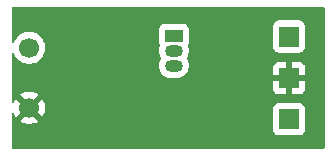
<source format=gbr>
%TF.GenerationSoftware,KiCad,Pcbnew,6.99.0-unknown-5c4f49351d~148~ubuntu20.04.1*%
%TF.CreationDate,2022-05-13T09:59:27+08:00*%
%TF.ProjectId,hydrophone,68796472-6f70-4686-9f6e-652e6b696361,rev?*%
%TF.SameCoordinates,Original*%
%TF.FileFunction,Copper,L2,Bot*%
%TF.FilePolarity,Positive*%
%FSLAX46Y46*%
G04 Gerber Fmt 4.6, Leading zero omitted, Abs format (unit mm)*
G04 Created by KiCad (PCBNEW 6.99.0-unknown-5c4f49351d~148~ubuntu20.04.1) date 2022-05-13 09:59:27*
%MOMM*%
%LPD*%
G01*
G04 APERTURE LIST*
%TA.AperFunction,ComponentPad*%
%ADD10R,1.700000X1.700000*%
%TD*%
%TA.AperFunction,ComponentPad*%
%ADD11R,1.500000X1.050000*%
%TD*%
%TA.AperFunction,ComponentPad*%
%ADD12O,1.500000X1.050000*%
%TD*%
%TA.AperFunction,ComponentPad*%
%ADD13C,1.700000*%
%TD*%
%TA.AperFunction,ViaPad*%
%ADD14C,0.600000*%
%TD*%
G04 APERTURE END LIST*
D10*
%TO.P,J2,1,Pin_1*%
%TO.N,GND*%
X144999999Y-57539999D03*
%TD*%
D11*
%TO.P,Q1,1,D*%
%TO.N,Net-(Q1-Pad1)*%
X135239999Y-53939999D03*
D12*
%TO.P,Q1,2,G*%
%TO.N,Net-(MK1-Pad2)*%
X135239999Y-55209999D03*
%TO.P,Q1,3,S*%
%TO.N,Net-(Q1-Pad3)*%
X135239999Y-56479999D03*
%TD*%
D10*
%TO.P,J1,1,Pin_1*%
%TO.N,Net-(J1-Pad1)*%
X144999999Y-60999999D03*
%TD*%
D13*
%TO.P,MK1,1,-*%
%TO.N,GND*%
X123000000Y-60040000D03*
%TO.P,MK1,2,+*%
%TO.N,Net-(MK1-Pad2)*%
X123000000Y-54960000D03*
%TD*%
D10*
%TO.P,J3,1,Pin_1*%
%TO.N,+3V3*%
X144999999Y-53999999D03*
%TD*%
D14*
%TO.N,GND*%
X132000000Y-61500000D03*
%TD*%
%TA.AperFunction,Conductor*%
%TO.N,GND*%
G36*
X147941621Y-51520502D02*
G01*
X147988114Y-51574158D01*
X147999500Y-51626500D01*
X147999500Y-63373500D01*
X147979498Y-63441621D01*
X147925842Y-63488114D01*
X147873500Y-63499500D01*
X121626500Y-63499500D01*
X121558379Y-63479498D01*
X121511886Y-63425842D01*
X121500500Y-63373500D01*
X121500500Y-61898638D01*
X143641500Y-61898638D01*
X143648011Y-61959201D01*
X143699111Y-62096204D01*
X143786739Y-62213261D01*
X143903796Y-62300889D01*
X144040799Y-62351989D01*
X144077705Y-62355957D01*
X144098012Y-62358140D01*
X144098015Y-62358140D01*
X144101362Y-62358500D01*
X145898638Y-62358500D01*
X145901985Y-62358140D01*
X145901988Y-62358140D01*
X145922295Y-62355957D01*
X145959201Y-62351989D01*
X146096204Y-62300889D01*
X146213261Y-62213261D01*
X146300889Y-62096204D01*
X146351989Y-61959201D01*
X146358500Y-61898638D01*
X146358500Y-60101362D01*
X146351989Y-60040799D01*
X146300889Y-59903796D01*
X146213261Y-59786739D01*
X146096204Y-59699111D01*
X145959201Y-59648011D01*
X145922295Y-59644043D01*
X145901988Y-59641860D01*
X145901985Y-59641860D01*
X145898638Y-59641500D01*
X144101362Y-59641500D01*
X144098015Y-59641860D01*
X144098012Y-59641860D01*
X144077705Y-59644043D01*
X144040799Y-59648011D01*
X143903796Y-59699111D01*
X143786739Y-59786739D01*
X143699111Y-59903796D01*
X143648011Y-60040799D01*
X143641500Y-60101362D01*
X143641500Y-61898638D01*
X121500500Y-61898638D01*
X121500500Y-61164814D01*
X122240173Y-61164814D01*
X122248130Y-61175655D01*
X122250590Y-61177570D01*
X122259279Y-61183247D01*
X122448043Y-61285401D01*
X122457560Y-61289575D01*
X122660557Y-61359264D01*
X122670627Y-61361815D01*
X122882336Y-61397143D01*
X122892684Y-61398000D01*
X123107316Y-61398000D01*
X123117664Y-61397143D01*
X123329373Y-61361815D01*
X123339443Y-61359264D01*
X123542440Y-61289575D01*
X123551957Y-61285401D01*
X123740721Y-61183247D01*
X123749410Y-61177570D01*
X123751394Y-61176026D01*
X123759862Y-61164259D01*
X123753304Y-61152514D01*
X123012812Y-60412022D01*
X122998868Y-60404408D01*
X122997035Y-60404539D01*
X122990420Y-60408790D01*
X122247123Y-61152087D01*
X122240173Y-61164814D01*
X121500500Y-61164814D01*
X121500500Y-60603076D01*
X121520502Y-60534955D01*
X121574158Y-60488462D01*
X121644432Y-60478358D01*
X121709012Y-60507852D01*
X121741887Y-60552462D01*
X121799488Y-60683778D01*
X121804431Y-60692913D01*
X121867014Y-60788703D01*
X121877739Y-60797856D01*
X121887463Y-60793327D01*
X122627978Y-60052812D01*
X122634356Y-60041132D01*
X123364408Y-60041132D01*
X123364539Y-60042965D01*
X123368790Y-60049580D01*
X124110266Y-60791056D01*
X124122646Y-60797816D01*
X124131231Y-60791390D01*
X124195569Y-60692913D01*
X124200512Y-60683778D01*
X124286730Y-60487223D01*
X124290100Y-60477408D01*
X124342790Y-60269335D01*
X124344499Y-60259092D01*
X124362224Y-60045189D01*
X124362224Y-60034811D01*
X124344499Y-59820908D01*
X124342790Y-59810665D01*
X124290100Y-59602592D01*
X124286730Y-59592777D01*
X124200512Y-59396222D01*
X124195569Y-59387087D01*
X124132986Y-59291297D01*
X124122261Y-59282144D01*
X124112537Y-59286673D01*
X123372022Y-60027188D01*
X123364408Y-60041132D01*
X122634356Y-60041132D01*
X122635592Y-60038868D01*
X122635461Y-60037035D01*
X122631210Y-60030420D01*
X121889734Y-59288944D01*
X121877354Y-59282184D01*
X121868769Y-59288610D01*
X121804431Y-59387087D01*
X121799488Y-59396222D01*
X121741887Y-59527538D01*
X121696206Y-59581886D01*
X121628394Y-59602910D01*
X121559980Y-59583934D01*
X121512686Y-59530983D01*
X121500500Y-59476924D01*
X121500500Y-58915741D01*
X122240138Y-58915741D01*
X122246696Y-58927486D01*
X122987188Y-59667978D01*
X123001132Y-59675592D01*
X123002965Y-59675461D01*
X123009580Y-59671210D01*
X123752877Y-58927913D01*
X123759827Y-58915186D01*
X123751870Y-58904345D01*
X123749410Y-58902430D01*
X123740721Y-58896753D01*
X123551957Y-58794599D01*
X123542440Y-58790425D01*
X123339443Y-58720736D01*
X123329373Y-58718185D01*
X123117664Y-58682857D01*
X123107316Y-58682000D01*
X122892684Y-58682000D01*
X122882336Y-58682857D01*
X122670627Y-58718185D01*
X122660557Y-58720736D01*
X122457560Y-58790425D01*
X122448043Y-58794599D01*
X122259279Y-58896753D01*
X122250590Y-58902430D01*
X122248606Y-58903974D01*
X122240138Y-58915741D01*
X121500500Y-58915741D01*
X121500500Y-58435223D01*
X143642000Y-58435223D01*
X143642360Y-58441938D01*
X143647662Y-58491257D01*
X143651259Y-58506478D01*
X143696405Y-58627520D01*
X143704954Y-58643176D01*
X143781698Y-58745693D01*
X143794307Y-58758302D01*
X143896824Y-58835046D01*
X143912480Y-58843595D01*
X144033522Y-58888741D01*
X144048743Y-58892338D01*
X144098062Y-58897640D01*
X144104777Y-58898000D01*
X144727885Y-58898000D01*
X144743124Y-58893525D01*
X144744329Y-58892135D01*
X144746000Y-58884452D01*
X144746000Y-58879885D01*
X145254000Y-58879885D01*
X145258475Y-58895124D01*
X145259865Y-58896329D01*
X145267548Y-58898000D01*
X145895223Y-58898000D01*
X145901938Y-58897640D01*
X145951257Y-58892338D01*
X145966478Y-58888741D01*
X146087520Y-58843595D01*
X146103176Y-58835046D01*
X146205693Y-58758302D01*
X146218302Y-58745693D01*
X146295046Y-58643176D01*
X146303595Y-58627520D01*
X146348741Y-58506478D01*
X146352338Y-58491257D01*
X146357640Y-58441938D01*
X146358000Y-58435223D01*
X146358000Y-57812115D01*
X146353525Y-57796876D01*
X146352135Y-57795671D01*
X146344452Y-57794000D01*
X145272115Y-57794000D01*
X145256876Y-57798475D01*
X145255671Y-57799865D01*
X145254000Y-57807548D01*
X145254000Y-58879885D01*
X144746000Y-58879885D01*
X144746000Y-57812115D01*
X144741525Y-57796876D01*
X144740135Y-57795671D01*
X144732452Y-57794000D01*
X143660115Y-57794000D01*
X143644876Y-57798475D01*
X143643671Y-57799865D01*
X143642000Y-57807548D01*
X143642000Y-58435223D01*
X121500500Y-58435223D01*
X121500500Y-56480000D01*
X133976499Y-56480000D01*
X133996454Y-56682601D01*
X133998250Y-56688521D01*
X133998251Y-56688527D01*
X134040989Y-56829417D01*
X134055550Y-56877417D01*
X134151518Y-57056960D01*
X134280669Y-57214331D01*
X134438040Y-57343482D01*
X134617583Y-57439450D01*
X134812399Y-57498546D01*
X134897883Y-57506966D01*
X134961146Y-57513197D01*
X134961151Y-57513197D01*
X134964225Y-57513500D01*
X135515775Y-57513500D01*
X135518849Y-57513197D01*
X135518854Y-57513197D01*
X135582117Y-57506966D01*
X135667601Y-57498546D01*
X135862417Y-57439450D01*
X136041960Y-57343482D01*
X136134075Y-57267885D01*
X143642000Y-57267885D01*
X143646475Y-57283124D01*
X143647865Y-57284329D01*
X143655548Y-57286000D01*
X144727885Y-57286000D01*
X144743124Y-57281525D01*
X144744329Y-57280135D01*
X144746000Y-57272452D01*
X144746000Y-57267885D01*
X145254000Y-57267885D01*
X145258475Y-57283124D01*
X145259865Y-57284329D01*
X145267548Y-57286000D01*
X146339885Y-57286000D01*
X146355124Y-57281525D01*
X146356329Y-57280135D01*
X146358000Y-57272452D01*
X146358000Y-56644777D01*
X146357640Y-56638062D01*
X146352338Y-56588743D01*
X146348741Y-56573522D01*
X146303595Y-56452480D01*
X146295046Y-56436824D01*
X146218302Y-56334307D01*
X146205693Y-56321698D01*
X146103176Y-56244954D01*
X146087520Y-56236405D01*
X145966478Y-56191259D01*
X145951257Y-56187662D01*
X145901938Y-56182360D01*
X145895223Y-56182000D01*
X145272115Y-56182000D01*
X145256876Y-56186475D01*
X145255671Y-56187865D01*
X145254000Y-56195548D01*
X145254000Y-57267885D01*
X144746000Y-57267885D01*
X144746000Y-56200115D01*
X144741525Y-56184876D01*
X144740135Y-56183671D01*
X144732452Y-56182000D01*
X144104777Y-56182000D01*
X144098062Y-56182360D01*
X144048743Y-56187662D01*
X144033522Y-56191259D01*
X143912480Y-56236405D01*
X143896824Y-56244954D01*
X143794307Y-56321698D01*
X143781698Y-56334307D01*
X143704954Y-56436824D01*
X143696405Y-56452480D01*
X143651259Y-56573522D01*
X143647662Y-56588743D01*
X143642360Y-56638062D01*
X143642000Y-56644777D01*
X143642000Y-57267885D01*
X136134075Y-57267885D01*
X136199331Y-57214331D01*
X136328482Y-57056960D01*
X136424450Y-56877417D01*
X136439011Y-56829417D01*
X136481749Y-56688527D01*
X136481750Y-56688521D01*
X136483546Y-56682601D01*
X136503501Y-56480000D01*
X136483546Y-56277399D01*
X136481750Y-56271479D01*
X136481749Y-56271473D01*
X136426245Y-56088501D01*
X136424450Y-56082583D01*
X136329207Y-55904396D01*
X136314735Y-55834890D01*
X136329207Y-55785604D01*
X136421534Y-55612872D01*
X136424450Y-55607417D01*
X136449656Y-55524322D01*
X136481749Y-55418527D01*
X136481750Y-55418521D01*
X136483546Y-55412601D01*
X136503501Y-55210000D01*
X136483546Y-55007399D01*
X136450554Y-54898638D01*
X143641500Y-54898638D01*
X143648011Y-54959201D01*
X143699111Y-55096204D01*
X143786739Y-55213261D01*
X143903796Y-55300889D01*
X144040799Y-55351989D01*
X144077705Y-55355957D01*
X144098012Y-55358140D01*
X144098015Y-55358140D01*
X144101362Y-55358500D01*
X145898638Y-55358500D01*
X145901985Y-55358140D01*
X145901988Y-55358140D01*
X145922295Y-55355957D01*
X145959201Y-55351989D01*
X146096204Y-55300889D01*
X146213261Y-55213261D01*
X146300889Y-55096204D01*
X146351989Y-54959201D01*
X146358500Y-54898638D01*
X146358500Y-53101362D01*
X146351989Y-53040799D01*
X146300889Y-52903796D01*
X146213261Y-52786739D01*
X146096204Y-52699111D01*
X145959201Y-52648011D01*
X145922295Y-52644043D01*
X145901988Y-52641860D01*
X145901985Y-52641860D01*
X145898638Y-52641500D01*
X144101362Y-52641500D01*
X144098015Y-52641860D01*
X144098012Y-52641860D01*
X144077705Y-52644043D01*
X144040799Y-52648011D01*
X143903796Y-52699111D01*
X143786739Y-52786739D01*
X143699111Y-52903796D01*
X143648011Y-53040799D01*
X143641500Y-53101362D01*
X143641500Y-54898638D01*
X136450554Y-54898638D01*
X136425371Y-54815618D01*
X136424738Y-54744624D01*
X136435358Y-54718658D01*
X136435490Y-54718416D01*
X136440889Y-54711204D01*
X136444036Y-54702767D01*
X136444038Y-54702763D01*
X136489236Y-54581581D01*
X136491989Y-54574201D01*
X136498500Y-54513638D01*
X136498500Y-53366362D01*
X136491989Y-53305799D01*
X136440889Y-53168796D01*
X136392931Y-53104731D01*
X136358659Y-53058950D01*
X136353261Y-53051739D01*
X136236204Y-52964111D01*
X136099201Y-52913011D01*
X136062295Y-52909043D01*
X136041988Y-52906860D01*
X136041985Y-52906860D01*
X136038638Y-52906500D01*
X134441362Y-52906500D01*
X134438015Y-52906860D01*
X134438012Y-52906860D01*
X134417705Y-52909043D01*
X134380799Y-52913011D01*
X134243796Y-52964111D01*
X134126739Y-53051739D01*
X134121341Y-53058950D01*
X134087070Y-53104731D01*
X134039111Y-53168796D01*
X133988011Y-53305799D01*
X133981500Y-53366362D01*
X133981500Y-54513638D01*
X133988011Y-54574201D01*
X133990764Y-54581581D01*
X134035962Y-54702763D01*
X134035964Y-54702767D01*
X134039111Y-54711204D01*
X134044510Y-54718416D01*
X134044642Y-54718658D01*
X134059733Y-54788032D01*
X134054629Y-54815618D01*
X133996454Y-55007399D01*
X133976499Y-55210000D01*
X133996454Y-55412601D01*
X133998250Y-55418521D01*
X133998251Y-55418527D01*
X134030344Y-55524322D01*
X134055550Y-55607417D01*
X134058466Y-55612872D01*
X134150793Y-55785604D01*
X134165265Y-55855110D01*
X134150793Y-55904396D01*
X134055550Y-56082583D01*
X134053755Y-56088501D01*
X133998251Y-56271473D01*
X133998250Y-56271479D01*
X133996454Y-56277399D01*
X133976499Y-56480000D01*
X121500500Y-56480000D01*
X121500500Y-55524322D01*
X121520502Y-55456201D01*
X121574158Y-55409708D01*
X121644432Y-55399604D01*
X121709012Y-55429098D01*
X121741888Y-55473709D01*
X121801140Y-55608791D01*
X121924278Y-55797268D01*
X121927803Y-55801097D01*
X121927806Y-55801101D01*
X121977526Y-55855110D01*
X122076760Y-55962906D01*
X122080879Y-55966112D01*
X122238123Y-56088501D01*
X122254424Y-56101189D01*
X122259005Y-56103668D01*
X122437224Y-56200115D01*
X122452426Y-56208342D01*
X122665365Y-56281444D01*
X122670499Y-56282301D01*
X122670504Y-56282302D01*
X122882294Y-56317643D01*
X122882296Y-56317643D01*
X122887431Y-56318500D01*
X123112569Y-56318500D01*
X123117704Y-56317643D01*
X123117706Y-56317643D01*
X123329496Y-56282302D01*
X123329501Y-56282301D01*
X123334635Y-56281444D01*
X123547574Y-56208342D01*
X123562777Y-56200115D01*
X123740995Y-56103668D01*
X123745576Y-56101189D01*
X123761878Y-56088501D01*
X123919121Y-55966112D01*
X123923240Y-55962906D01*
X124022474Y-55855110D01*
X124072194Y-55801101D01*
X124072197Y-55801097D01*
X124075722Y-55797268D01*
X124198860Y-55608791D01*
X124289296Y-55402616D01*
X124336513Y-55216163D01*
X124343283Y-55189427D01*
X124343283Y-55189426D01*
X124344564Y-55184368D01*
X124363156Y-54960000D01*
X124351192Y-54815618D01*
X124344995Y-54740828D01*
X124344994Y-54740823D01*
X124344564Y-54735632D01*
X124338378Y-54711204D01*
X124290578Y-54522446D01*
X124290578Y-54522445D01*
X124289296Y-54517384D01*
X124198860Y-54311209D01*
X124075722Y-54122732D01*
X124072197Y-54118903D01*
X124072194Y-54118899D01*
X123926772Y-53960931D01*
X123923240Y-53957094D01*
X123745576Y-53818811D01*
X123547574Y-53711658D01*
X123334635Y-53638556D01*
X123329501Y-53637699D01*
X123329496Y-53637698D01*
X123117706Y-53602357D01*
X123117704Y-53602357D01*
X123112569Y-53601500D01*
X122887431Y-53601500D01*
X122882296Y-53602357D01*
X122882294Y-53602357D01*
X122670504Y-53637698D01*
X122670499Y-53637699D01*
X122665365Y-53638556D01*
X122452426Y-53711658D01*
X122254424Y-53818811D01*
X122076760Y-53957094D01*
X122073228Y-53960931D01*
X121927806Y-54118899D01*
X121927803Y-54118903D01*
X121924278Y-54122732D01*
X121801140Y-54311209D01*
X121799048Y-54315978D01*
X121799046Y-54315982D01*
X121741888Y-54446291D01*
X121696207Y-54500640D01*
X121628394Y-54521664D01*
X121559981Y-54502688D01*
X121512686Y-54449737D01*
X121500500Y-54395678D01*
X121500500Y-51626500D01*
X121520502Y-51558379D01*
X121574158Y-51511886D01*
X121626500Y-51500500D01*
X147873500Y-51500500D01*
X147941621Y-51520502D01*
G37*
%TD.AperFunction*%
%TD*%
M02*

</source>
